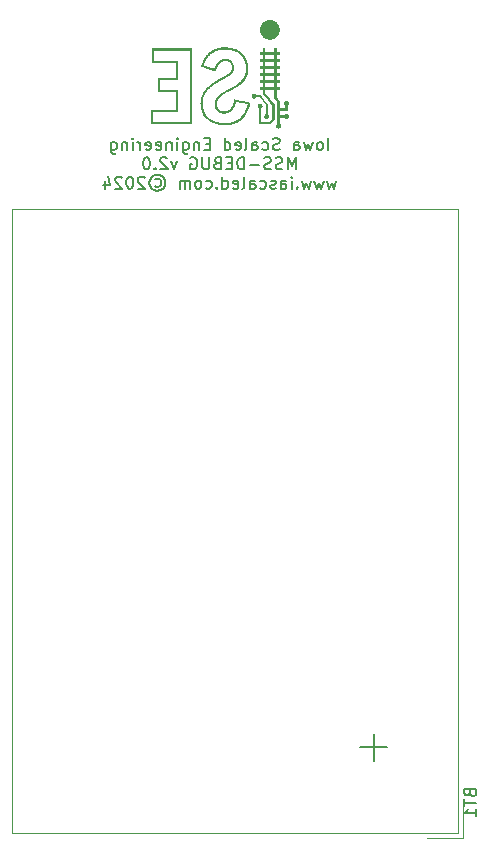
<source format=gbo>
G04 #@! TF.GenerationSoftware,KiCad,Pcbnew,6.0.10-86aedd382b~118~ubuntu18.04.1*
G04 #@! TF.CreationDate,2024-08-26T14:05:47-06:00*
G04 #@! TF.ProjectId,mss-debug,6d73732d-6465-4627-9567-2e6b69636164,rev?*
G04 #@! TF.SameCoordinates,Original*
G04 #@! TF.FileFunction,Legend,Bot*
G04 #@! TF.FilePolarity,Positive*
%FSLAX46Y46*%
G04 Gerber Fmt 4.6, Leading zero omitted, Abs format (unit mm)*
G04 Created by KiCad (PCBNEW 6.0.10-86aedd382b~118~ubuntu18.04.1) date 2024-08-26 14:05:47*
%MOMM*%
%LPD*%
G01*
G04 APERTURE LIST*
%ADD10C,0.000000*%
%ADD11C,0.152400*%
%ADD12C,0.150000*%
%ADD13C,0.120000*%
G04 APERTURE END LIST*
D10*
G36*
X52963120Y-129082653D02*
G01*
X52935508Y-129167182D01*
X52907351Y-129248139D01*
X52880310Y-129319935D01*
X52861129Y-129366529D01*
X52837723Y-129419506D01*
X52811290Y-129476452D01*
X52783031Y-129534953D01*
X52754143Y-129592593D01*
X52725826Y-129646960D01*
X52699278Y-129695638D01*
X52675698Y-129736213D01*
X52612027Y-129835595D01*
X52544848Y-129929743D01*
X52474176Y-130018646D01*
X52400024Y-130102297D01*
X52322409Y-130180684D01*
X52241343Y-130253799D01*
X52156842Y-130321634D01*
X52068920Y-130384177D01*
X51977592Y-130441421D01*
X51882871Y-130493355D01*
X51784773Y-130539971D01*
X51683312Y-130581259D01*
X51578502Y-130617209D01*
X51470358Y-130647814D01*
X51358895Y-130673062D01*
X51244126Y-130692946D01*
X51196308Y-130699322D01*
X51146901Y-130704694D01*
X51044046Y-130712448D01*
X50937007Y-130716250D01*
X50827231Y-130716141D01*
X50716165Y-130712163D01*
X50605257Y-130704356D01*
X50495952Y-130692762D01*
X50389698Y-130677423D01*
X50242227Y-130648340D01*
X50100776Y-130611214D01*
X49965547Y-130566221D01*
X49836741Y-130513536D01*
X49714558Y-130453336D01*
X49599198Y-130385795D01*
X49490862Y-130311090D01*
X49389750Y-130229396D01*
X49296063Y-130140889D01*
X49210001Y-130045745D01*
X49131766Y-129944139D01*
X49061556Y-129836247D01*
X48999574Y-129722245D01*
X48946019Y-129602309D01*
X48901092Y-129476613D01*
X48864993Y-129345335D01*
X48849496Y-129272996D01*
X48836396Y-129197367D01*
X48825777Y-129119389D01*
X48817721Y-129040006D01*
X48812310Y-128960160D01*
X48809629Y-128880793D01*
X48809698Y-128838922D01*
X48999401Y-128838922D01*
X48999475Y-128917658D01*
X49001055Y-128991102D01*
X49004188Y-129054029D01*
X49006353Y-129079915D01*
X49008926Y-129101213D01*
X49020672Y-129174189D01*
X49034497Y-129244992D01*
X49050430Y-129313677D01*
X49068501Y-129380304D01*
X49088739Y-129444930D01*
X49111171Y-129507613D01*
X49135828Y-129568410D01*
X49162737Y-129627381D01*
X49191929Y-129684582D01*
X49223432Y-129740071D01*
X49257274Y-129793907D01*
X49293486Y-129846147D01*
X49332095Y-129896849D01*
X49373131Y-129946071D01*
X49416622Y-129993871D01*
X49462598Y-130040307D01*
X49512738Y-130086659D01*
X49565000Y-130130731D01*
X49619392Y-130172525D01*
X49675919Y-130212044D01*
X49734587Y-130249288D01*
X49795403Y-130284261D01*
X49858373Y-130316964D01*
X49923503Y-130347400D01*
X49990799Y-130375570D01*
X50060267Y-130401477D01*
X50131915Y-130425122D01*
X50205747Y-130446508D01*
X50281770Y-130465637D01*
X50359990Y-130482511D01*
X50440414Y-130497132D01*
X50523048Y-130509501D01*
X50581568Y-130515866D01*
X50651349Y-130521132D01*
X50728505Y-130525190D01*
X50809151Y-130527934D01*
X50889400Y-130529255D01*
X50965365Y-130529047D01*
X51033162Y-130527202D01*
X51088904Y-130523612D01*
X51192062Y-130511820D01*
X51292266Y-130495746D01*
X51389540Y-130475377D01*
X51483905Y-130450698D01*
X51575384Y-130421695D01*
X51664000Y-130388353D01*
X51749777Y-130350657D01*
X51832736Y-130308595D01*
X51912900Y-130262149D01*
X51990292Y-130211308D01*
X52064935Y-130156055D01*
X52136852Y-130096377D01*
X52206065Y-130032258D01*
X52272597Y-129963685D01*
X52336471Y-129890643D01*
X52397709Y-129813118D01*
X52426965Y-129773028D01*
X52455711Y-129731382D01*
X52483915Y-129688247D01*
X52511546Y-129643685D01*
X52538574Y-129597764D01*
X52564967Y-129550548D01*
X52590695Y-129502102D01*
X52615726Y-129452491D01*
X52640029Y-129401780D01*
X52663574Y-129350035D01*
X52686329Y-129297321D01*
X52708264Y-129243702D01*
X52729347Y-129189243D01*
X52749547Y-129134011D01*
X52768834Y-129078070D01*
X52787176Y-129021485D01*
X52795298Y-128995394D01*
X52801221Y-128975745D01*
X52803394Y-128968033D01*
X52805060Y-128961569D01*
X52806235Y-128956231D01*
X52806932Y-128951899D01*
X52807166Y-128948452D01*
X52806951Y-128945768D01*
X52806302Y-128943728D01*
X52805234Y-128942209D01*
X52803760Y-128941091D01*
X52801896Y-128940254D01*
X52797054Y-128938935D01*
X52292493Y-128830720D01*
X51827620Y-128733619D01*
X51827234Y-128734214D01*
X51826614Y-128735705D01*
X51824732Y-128741181D01*
X51822089Y-128749667D01*
X51818801Y-128760782D01*
X51814984Y-128774146D01*
X51810753Y-128789379D01*
X51806225Y-128806100D01*
X51801515Y-128823929D01*
X51769006Y-128930253D01*
X51731414Y-129030818D01*
X51688948Y-129125441D01*
X51641817Y-129213936D01*
X51590229Y-129296118D01*
X51534393Y-129371803D01*
X51504948Y-129407150D01*
X51474518Y-129440804D01*
X51443132Y-129472741D01*
X51410813Y-129502938D01*
X51377590Y-129531372D01*
X51343487Y-129558019D01*
X51308531Y-129582857D01*
X51272748Y-129605863D01*
X51236164Y-129627012D01*
X51198805Y-129646283D01*
X51160697Y-129663652D01*
X51121866Y-129679096D01*
X51082339Y-129692591D01*
X51042142Y-129704115D01*
X51001300Y-129713645D01*
X50959840Y-129721157D01*
X50917787Y-129726629D01*
X50875168Y-129730037D01*
X50832010Y-129731357D01*
X50788337Y-129730568D01*
X50717327Y-129725129D01*
X50648845Y-129714966D01*
X50583024Y-129700186D01*
X50519994Y-129680893D01*
X50459888Y-129657193D01*
X50402835Y-129629192D01*
X50348968Y-129596994D01*
X50298417Y-129560706D01*
X50251314Y-129520432D01*
X50207790Y-129476279D01*
X50167977Y-129428351D01*
X50132005Y-129376755D01*
X50100006Y-129321594D01*
X50072112Y-129262975D01*
X50048452Y-129201004D01*
X50029159Y-129135785D01*
X50021808Y-129103668D01*
X50015627Y-129070904D01*
X50010612Y-129037624D01*
X50006758Y-129003956D01*
X50004062Y-128970033D01*
X50002519Y-128935983D01*
X50002126Y-128901938D01*
X50002878Y-128868027D01*
X50004770Y-128834380D01*
X50007800Y-128801128D01*
X50011962Y-128768402D01*
X50017253Y-128736330D01*
X50023669Y-128705044D01*
X50031205Y-128674674D01*
X50039857Y-128645350D01*
X50049621Y-128617202D01*
X50067167Y-128573824D01*
X50086806Y-128531456D01*
X50108643Y-128489983D01*
X50132788Y-128449290D01*
X50159347Y-128409263D01*
X50188428Y-128369787D01*
X50220138Y-128330747D01*
X50254584Y-128292029D01*
X50291876Y-128253517D01*
X50332118Y-128215097D01*
X50375421Y-128176654D01*
X50421889Y-128138074D01*
X50471632Y-128099242D01*
X50524757Y-128060043D01*
X50581371Y-128020362D01*
X50641582Y-127980085D01*
X50687724Y-127950591D01*
X50737008Y-127920080D01*
X50791452Y-127887402D01*
X50853072Y-127851409D01*
X50923887Y-127810951D01*
X51005913Y-127764879D01*
X51211671Y-127651296D01*
X51395291Y-127549583D01*
X51553380Y-127459231D01*
X51689706Y-127377775D01*
X51808041Y-127302751D01*
X51912155Y-127231697D01*
X52005817Y-127162148D01*
X52092799Y-127091639D01*
X52176870Y-127017707D01*
X52212396Y-126984162D01*
X52246964Y-126949471D01*
X52280509Y-126913727D01*
X52312965Y-126877026D01*
X52344268Y-126839460D01*
X52374353Y-126801125D01*
X52403154Y-126762114D01*
X52430606Y-126722520D01*
X52456644Y-126682439D01*
X52481203Y-126641964D01*
X52504218Y-126601190D01*
X52525624Y-126560209D01*
X52545356Y-126519118D01*
X52563348Y-126478008D01*
X52579536Y-126436975D01*
X52593854Y-126396113D01*
X52606677Y-126354948D01*
X52618159Y-126312462D01*
X52628298Y-126268721D01*
X52637091Y-126223792D01*
X52644536Y-126177743D01*
X52650632Y-126130641D01*
X52655375Y-126082552D01*
X52658765Y-126033545D01*
X52660798Y-125983687D01*
X52661474Y-125933044D01*
X52660789Y-125881683D01*
X52658743Y-125829673D01*
X52655332Y-125777080D01*
X52650554Y-125723970D01*
X52644409Y-125670413D01*
X52636893Y-125616474D01*
X52624593Y-125544612D01*
X52609925Y-125474684D01*
X52592898Y-125406698D01*
X52573521Y-125340662D01*
X52551802Y-125276584D01*
X52527750Y-125214471D01*
X52501375Y-125154330D01*
X52472686Y-125096171D01*
X52441690Y-125040000D01*
X52408398Y-124985825D01*
X52372817Y-124933654D01*
X52334958Y-124883495D01*
X52294828Y-124835356D01*
X52252437Y-124789244D01*
X52207794Y-124745167D01*
X52160907Y-124703132D01*
X52111786Y-124663149D01*
X52060439Y-124625223D01*
X52006876Y-124589363D01*
X51951105Y-124555578D01*
X51893135Y-124523873D01*
X51832975Y-124494258D01*
X51770635Y-124466740D01*
X51706122Y-124441327D01*
X51639446Y-124418027D01*
X51570615Y-124396846D01*
X51499640Y-124377794D01*
X51426527Y-124360877D01*
X51351288Y-124346104D01*
X51273930Y-124333482D01*
X51112893Y-124314724D01*
X51062750Y-124311763D01*
X50997766Y-124310215D01*
X50923075Y-124309974D01*
X50843812Y-124310932D01*
X50765111Y-124312981D01*
X50692106Y-124316014D01*
X50629933Y-124319923D01*
X50583726Y-124324602D01*
X50521000Y-124334095D01*
X50459547Y-124345114D01*
X50399348Y-124357665D01*
X50340386Y-124371753D01*
X50282644Y-124387383D01*
X50226104Y-124404560D01*
X50170749Y-124423289D01*
X50116560Y-124443576D01*
X50063521Y-124465426D01*
X50011613Y-124488843D01*
X49960819Y-124513834D01*
X49911122Y-124540402D01*
X49862504Y-124568554D01*
X49814948Y-124598295D01*
X49768435Y-124629629D01*
X49722948Y-124662563D01*
X49707682Y-124674284D01*
X49691367Y-124687376D01*
X49656296Y-124717001D01*
X49619141Y-124750099D01*
X49581308Y-124785330D01*
X49544203Y-124821354D01*
X49509231Y-124856833D01*
X49477798Y-124890427D01*
X49463848Y-124906098D01*
X49451310Y-124920796D01*
X49422931Y-124956041D01*
X49395230Y-124992413D01*
X49368243Y-125029847D01*
X49342004Y-125068279D01*
X49316545Y-125107646D01*
X49291902Y-125147883D01*
X49268109Y-125188926D01*
X49245199Y-125230711D01*
X49223207Y-125273175D01*
X49202167Y-125316252D01*
X49182113Y-125359879D01*
X49163079Y-125403991D01*
X49145099Y-125448526D01*
X49128208Y-125493418D01*
X49112438Y-125538603D01*
X49097826Y-125584018D01*
X49091061Y-125606485D01*
X49086041Y-125624048D01*
X49082658Y-125637361D01*
X49081547Y-125642628D01*
X49080805Y-125647077D01*
X49080418Y-125650791D01*
X49080373Y-125653851D01*
X49080657Y-125656337D01*
X49081257Y-125658333D01*
X49082158Y-125659920D01*
X49083347Y-125661179D01*
X49084811Y-125662192D01*
X49086537Y-125663041D01*
X49097784Y-125666824D01*
X49125045Y-125675179D01*
X49220505Y-125703522D01*
X49525393Y-125792157D01*
X49962837Y-125919157D01*
X49963636Y-125919359D01*
X49964445Y-125919433D01*
X49965266Y-125919375D01*
X49966103Y-125919182D01*
X49966958Y-125918849D01*
X49967832Y-125918373D01*
X49968729Y-125917749D01*
X49969650Y-125916974D01*
X49970599Y-125916045D01*
X49971576Y-125914956D01*
X49972585Y-125913704D01*
X49973627Y-125912286D01*
X49974706Y-125910698D01*
X49975824Y-125908935D01*
X49976982Y-125906993D01*
X49978183Y-125904870D01*
X49979430Y-125902560D01*
X49980725Y-125900061D01*
X49982069Y-125897367D01*
X49983467Y-125894477D01*
X49986428Y-125888086D01*
X49989626Y-125880859D01*
X49993081Y-125872763D01*
X49996811Y-125863769D01*
X50000835Y-125853844D01*
X50005171Y-125842958D01*
X50022611Y-125800597D01*
X50042300Y-125756218D01*
X50063709Y-125710848D01*
X50086309Y-125665510D01*
X50109570Y-125621231D01*
X50132964Y-125579035D01*
X50155961Y-125539949D01*
X50178031Y-125504996D01*
X50191147Y-125486176D01*
X50205760Y-125466619D01*
X50221685Y-125446514D01*
X50238731Y-125426051D01*
X50256712Y-125405418D01*
X50275440Y-125384805D01*
X50294725Y-125364401D01*
X50314380Y-125344394D01*
X50334217Y-125324975D01*
X50354048Y-125306331D01*
X50373685Y-125288653D01*
X50392939Y-125272130D01*
X50411623Y-125256950D01*
X50429548Y-125243302D01*
X50446527Y-125231377D01*
X50462370Y-125221363D01*
X50516890Y-125192040D01*
X50574049Y-125167032D01*
X50633396Y-125146319D01*
X50694476Y-125129883D01*
X50756838Y-125117705D01*
X50820029Y-125109767D01*
X50883597Y-125106049D01*
X50947087Y-125106534D01*
X51010049Y-125111202D01*
X51072028Y-125120036D01*
X51132574Y-125133016D01*
X51191231Y-125150124D01*
X51247549Y-125171341D01*
X51301075Y-125196649D01*
X51351355Y-125226029D01*
X51397937Y-125259463D01*
X51413800Y-125272575D01*
X51429238Y-125286365D01*
X51458802Y-125315895D01*
X51486564Y-125347887D01*
X51512458Y-125382174D01*
X51536416Y-125418591D01*
X51558374Y-125456970D01*
X51578264Y-125497146D01*
X51596022Y-125538951D01*
X51611580Y-125582220D01*
X51624872Y-125626786D01*
X51635833Y-125672483D01*
X51644396Y-125719143D01*
X51650496Y-125766602D01*
X51654065Y-125814692D01*
X51655038Y-125863248D01*
X51653348Y-125912102D01*
X51650900Y-125943184D01*
X51647222Y-125973269D01*
X51642258Y-126002467D01*
X51635952Y-126030889D01*
X51628249Y-126058645D01*
X51619093Y-126085846D01*
X51608428Y-126112603D01*
X51596198Y-126139026D01*
X51582348Y-126165226D01*
X51566821Y-126191313D01*
X51549562Y-126217398D01*
X51530516Y-126243591D01*
X51509625Y-126270004D01*
X51486834Y-126296747D01*
X51462089Y-126323929D01*
X51435332Y-126351663D01*
X51407384Y-126379308D01*
X51378767Y-126406106D01*
X51348979Y-126432383D01*
X51317515Y-126458466D01*
X51283872Y-126484681D01*
X51247548Y-126511355D01*
X51208038Y-126538815D01*
X51164839Y-126567386D01*
X51117449Y-126597397D01*
X51065363Y-126629172D01*
X51008078Y-126663039D01*
X50945092Y-126699325D01*
X50800000Y-126780459D01*
X50626059Y-126875185D01*
X50453172Y-126969253D01*
X50305263Y-127051596D01*
X50178074Y-127124844D01*
X50067347Y-127191627D01*
X49968825Y-127254573D01*
X49878248Y-127316312D01*
X49791358Y-127379473D01*
X49703898Y-127446685D01*
X49665722Y-127478485D01*
X49621139Y-127518255D01*
X49572669Y-127563515D01*
X49522835Y-127611785D01*
X49474159Y-127660584D01*
X49429162Y-127707432D01*
X49390366Y-127749848D01*
X49374081Y-127768619D01*
X49360293Y-127785351D01*
X49339888Y-127811727D01*
X49319722Y-127838930D01*
X49299852Y-127866860D01*
X49280334Y-127895418D01*
X49242582Y-127954023D01*
X49206923Y-128013952D01*
X49173810Y-128074409D01*
X49158351Y-128104588D01*
X49143698Y-128134602D01*
X49129910Y-128164351D01*
X49117043Y-128193736D01*
X49105153Y-128222658D01*
X49094298Y-128251018D01*
X49082940Y-128284440D01*
X49071301Y-128322467D01*
X49059696Y-128363817D01*
X49048437Y-128407210D01*
X49037840Y-128451364D01*
X49028219Y-128494997D01*
X49019887Y-128536827D01*
X49013160Y-128575574D01*
X49007711Y-128623221D01*
X49003568Y-128686478D01*
X49000782Y-128760121D01*
X48999401Y-128838922D01*
X48809698Y-128838922D01*
X48809758Y-128802848D01*
X48812782Y-128727268D01*
X48823623Y-128604292D01*
X48841135Y-128485017D01*
X48865425Y-128369278D01*
X48896599Y-128256905D01*
X48934765Y-128147733D01*
X48980027Y-128041592D01*
X49032493Y-127938317D01*
X49092270Y-127837739D01*
X49159463Y-127739691D01*
X49234179Y-127644006D01*
X49316524Y-127550516D01*
X49406606Y-127459054D01*
X49504530Y-127369452D01*
X49610403Y-127281543D01*
X49724331Y-127195160D01*
X49846421Y-127110135D01*
X49910814Y-127067847D01*
X49975802Y-127026626D01*
X50044362Y-126984760D01*
X50119470Y-126940537D01*
X50204104Y-126892247D01*
X50301239Y-126838177D01*
X50413852Y-126776615D01*
X50544921Y-126705852D01*
X50736534Y-126601749D01*
X50872916Y-126525494D01*
X50927195Y-126493861D01*
X50975828Y-126464452D01*
X51021533Y-126435689D01*
X51067032Y-126405991D01*
X51099238Y-126384285D01*
X51129983Y-126362817D01*
X51159277Y-126341576D01*
X51187130Y-126320552D01*
X51213553Y-126299735D01*
X51238556Y-126279115D01*
X51262149Y-126258680D01*
X51284343Y-126238421D01*
X51305147Y-126218328D01*
X51324573Y-126198389D01*
X51342630Y-126178595D01*
X51359330Y-126158936D01*
X51374682Y-126139401D01*
X51388696Y-126119979D01*
X51401383Y-126100660D01*
X51412754Y-126081435D01*
X51421727Y-126064942D01*
X51429873Y-126048740D01*
X51437206Y-126032740D01*
X51443743Y-126016855D01*
X51449498Y-126000994D01*
X51454488Y-125985069D01*
X51458727Y-125968991D01*
X51462231Y-125952671D01*
X51465016Y-125936021D01*
X51467097Y-125918950D01*
X51468489Y-125901372D01*
X51469209Y-125883196D01*
X51469272Y-125864334D01*
X51468693Y-125844696D01*
X51467487Y-125824195D01*
X51465671Y-125802741D01*
X51459369Y-125751335D01*
X51450512Y-125702683D01*
X51439092Y-125656773D01*
X51425101Y-125613597D01*
X51408530Y-125573145D01*
X51389371Y-125535408D01*
X51378819Y-125517555D01*
X51367616Y-125500377D01*
X51355763Y-125483873D01*
X51343257Y-125468043D01*
X51330098Y-125452884D01*
X51316284Y-125438395D01*
X51301816Y-125424576D01*
X51286691Y-125411426D01*
X51270909Y-125398943D01*
X51254468Y-125387125D01*
X51237368Y-125375973D01*
X51219608Y-125365484D01*
X51182102Y-125346492D01*
X51141942Y-125330141D01*
X51099119Y-125316422D01*
X51053626Y-125305324D01*
X51038087Y-125302488D01*
X51021221Y-125300064D01*
X51003209Y-125298052D01*
X50984228Y-125296450D01*
X50944076Y-125294472D01*
X50902196Y-125294123D01*
X50860019Y-125295395D01*
X50818974Y-125298279D01*
X50799323Y-125300323D01*
X50780492Y-125302768D01*
X50762659Y-125305611D01*
X50746004Y-125308852D01*
X50721102Y-125314575D01*
X50696662Y-125321303D01*
X50672674Y-125329047D01*
X50649126Y-125337819D01*
X50626011Y-125347632D01*
X50603317Y-125358497D01*
X50581034Y-125370426D01*
X50559153Y-125383431D01*
X50537664Y-125397525D01*
X50516556Y-125412719D01*
X50495821Y-125429025D01*
X50475447Y-125446456D01*
X50455425Y-125465023D01*
X50435745Y-125484738D01*
X50416397Y-125505614D01*
X50397371Y-125527662D01*
X50378658Y-125550895D01*
X50360246Y-125575324D01*
X50342127Y-125600961D01*
X50324290Y-125627819D01*
X50289423Y-125685245D01*
X50255566Y-125747696D01*
X50222639Y-125815270D01*
X50190562Y-125888062D01*
X50159257Y-125966168D01*
X50128643Y-126049685D01*
X50115480Y-126086837D01*
X50104301Y-126117771D01*
X50096297Y-126139180D01*
X50093858Y-126145279D01*
X50092659Y-126147757D01*
X50079554Y-126144634D01*
X50042984Y-126134682D01*
X49909568Y-126097133D01*
X49712652Y-126040799D01*
X49472476Y-125971368D01*
X49177774Y-125885357D01*
X48987583Y-125828317D01*
X48885498Y-125795354D01*
X48862369Y-125786372D01*
X48856886Y-125783488D01*
X48855115Y-125781574D01*
X48855598Y-125775988D01*
X48856991Y-125767381D01*
X48862182Y-125742382D01*
X48870035Y-125709132D01*
X48879898Y-125670184D01*
X48891116Y-125628095D01*
X48903038Y-125585418D01*
X48915009Y-125544710D01*
X48926376Y-125508524D01*
X48979444Y-125360530D01*
X49009034Y-125289368D01*
X49040631Y-125220120D01*
X49074211Y-125152803D01*
X49109753Y-125087437D01*
X49147232Y-125024037D01*
X49186627Y-124962622D01*
X49227914Y-124903211D01*
X49271071Y-124845820D01*
X49316074Y-124790468D01*
X49362901Y-124737173D01*
X49411530Y-124685951D01*
X49461936Y-124636822D01*
X49514097Y-124589803D01*
X49567991Y-124544912D01*
X49623594Y-124502166D01*
X49680884Y-124461583D01*
X49739837Y-124423182D01*
X49800431Y-124386980D01*
X49862644Y-124352995D01*
X49926451Y-124321245D01*
X49991831Y-124291747D01*
X50058760Y-124264519D01*
X50127215Y-124239580D01*
X50197175Y-124216947D01*
X50268615Y-124196638D01*
X50341513Y-124178670D01*
X50491591Y-124149832D01*
X50647226Y-124130574D01*
X50691822Y-124127826D01*
X50751450Y-124125922D01*
X50821231Y-124124844D01*
X50896287Y-124124577D01*
X50971740Y-124125103D01*
X51042712Y-124126407D01*
X51104324Y-124128471D01*
X51151698Y-124131280D01*
X51229719Y-124139074D01*
X51306329Y-124148957D01*
X51381491Y-124160915D01*
X51455164Y-124174936D01*
X51527313Y-124191007D01*
X51597897Y-124209117D01*
X51666880Y-124229252D01*
X51734223Y-124251401D01*
X51799887Y-124275550D01*
X51863834Y-124301688D01*
X51926026Y-124329802D01*
X51986425Y-124359880D01*
X52044993Y-124391909D01*
X52101691Y-124425877D01*
X52156482Y-124461771D01*
X52209326Y-124499580D01*
X52223249Y-124510470D01*
X52238426Y-124522904D01*
X52271734Y-124551636D01*
X52307639Y-124584238D01*
X52344528Y-124619171D01*
X52380788Y-124654898D01*
X52414808Y-124689881D01*
X52444975Y-124722582D01*
X52458109Y-124737596D01*
X52469676Y-124751463D01*
X52512564Y-124807192D01*
X52552859Y-124864848D01*
X52590563Y-124924438D01*
X52625681Y-124985972D01*
X52658215Y-125049457D01*
X52688168Y-125114901D01*
X52715544Y-125182313D01*
X52740345Y-125251702D01*
X52762574Y-125323074D01*
X52782236Y-125396440D01*
X52799332Y-125471806D01*
X52813866Y-125549181D01*
X52825841Y-125628574D01*
X52835260Y-125709993D01*
X52842126Y-125793446D01*
X52846443Y-125878941D01*
X52847598Y-125955926D01*
X52845762Y-126031339D01*
X52840921Y-126105229D01*
X52833059Y-126177644D01*
X52822163Y-126248633D01*
X52808219Y-126318244D01*
X52791211Y-126386526D01*
X52771125Y-126453527D01*
X52747946Y-126519297D01*
X52721661Y-126583883D01*
X52692255Y-126647334D01*
X52659713Y-126709699D01*
X52624021Y-126771027D01*
X52585164Y-126831365D01*
X52543128Y-126890763D01*
X52497898Y-126949269D01*
X52483243Y-126966860D01*
X52466676Y-126985887D01*
X52428699Y-127027376D01*
X52385744Y-127071990D01*
X52339589Y-127117984D01*
X52292012Y-127163615D01*
X52244791Y-127207138D01*
X52199703Y-127246807D01*
X52158526Y-127280879D01*
X52080784Y-127340940D01*
X52001330Y-127398751D01*
X51916668Y-127456497D01*
X51823299Y-127516359D01*
X51717726Y-127580520D01*
X51596452Y-127651164D01*
X51455979Y-127730473D01*
X51292809Y-127820630D01*
X51090960Y-127932540D01*
X50921423Y-128029849D01*
X50780196Y-128115284D01*
X50663278Y-128191575D01*
X50612684Y-128227144D01*
X50566666Y-128261450D01*
X50524725Y-128294834D01*
X50486360Y-128327637D01*
X50451070Y-128360200D01*
X50418356Y-128392865D01*
X50387718Y-128425972D01*
X50358654Y-128459862D01*
X50337094Y-128486721D01*
X50317113Y-128513369D01*
X50298684Y-128539876D01*
X50281782Y-128566313D01*
X50266380Y-128592750D01*
X50252453Y-128619258D01*
X50239975Y-128645905D01*
X50228920Y-128672764D01*
X50219262Y-128699904D01*
X50210976Y-128727395D01*
X50204036Y-128755308D01*
X50198416Y-128783713D01*
X50194089Y-128812680D01*
X50191031Y-128842279D01*
X50189215Y-128872582D01*
X50188615Y-128903657D01*
X50190503Y-128959912D01*
X50196116Y-129014301D01*
X50205372Y-129066712D01*
X50218193Y-129117032D01*
X50234499Y-129165149D01*
X50254211Y-129210950D01*
X50277249Y-129254322D01*
X50303532Y-129295152D01*
X50332983Y-129333329D01*
X50365521Y-129368738D01*
X50401066Y-129401268D01*
X50439539Y-129430806D01*
X50480861Y-129457240D01*
X50524951Y-129480456D01*
X50571731Y-129500342D01*
X50621120Y-129516785D01*
X50654640Y-129525764D01*
X50687991Y-129533123D01*
X50721173Y-129538861D01*
X50754184Y-129542979D01*
X50787021Y-129545476D01*
X50819682Y-129546352D01*
X50852166Y-129545608D01*
X50884469Y-129543243D01*
X50916591Y-129539258D01*
X50948529Y-129533652D01*
X50980280Y-129526426D01*
X51011844Y-129517578D01*
X51043217Y-129507111D01*
X51074399Y-129495023D01*
X51105385Y-129481314D01*
X51136176Y-129465984D01*
X51160288Y-129452750D01*
X51183937Y-129438583D01*
X51207119Y-129423489D01*
X51229832Y-129407473D01*
X51252070Y-129390542D01*
X51273831Y-129372700D01*
X51295111Y-129353955D01*
X51315905Y-129334310D01*
X51336211Y-129313773D01*
X51356024Y-129292349D01*
X51375341Y-129270042D01*
X51394157Y-129246860D01*
X51412470Y-129222808D01*
X51430275Y-129197891D01*
X51447569Y-129172115D01*
X51464348Y-129145486D01*
X51496345Y-129089692D01*
X51526237Y-129030552D01*
X51553993Y-128968114D01*
X51579585Y-128902422D01*
X51602981Y-128833522D01*
X51624152Y-128761460D01*
X51643068Y-128686280D01*
X51659698Y-128608029D01*
X51666974Y-128572321D01*
X51673457Y-128542501D01*
X51678351Y-128521808D01*
X51679955Y-128515897D01*
X51680865Y-128513484D01*
X51893116Y-128555498D01*
X52356523Y-128653273D01*
X52820591Y-128753296D01*
X53034826Y-128802057D01*
X53035759Y-128804103D01*
X53036060Y-128807935D01*
X53034872Y-128820605D01*
X53031470Y-128839369D01*
X53026062Y-128863528D01*
X53010059Y-128925237D01*
X53003385Y-128948452D01*
X52988524Y-129000142D01*
X52963120Y-129082653D01*
G37*
G36*
X54752413Y-121803409D02*
G01*
X54787073Y-121804790D01*
X54801501Y-121805856D01*
X54813532Y-121807180D01*
X54818771Y-121807993D01*
X54825813Y-121809319D01*
X54834343Y-121811074D01*
X54844047Y-121813177D01*
X54865721Y-121818094D01*
X54888320Y-121823408D01*
X54923103Y-121832712D01*
X54957184Y-121843404D01*
X54990539Y-121855451D01*
X55023141Y-121868817D01*
X55054963Y-121883469D01*
X55085978Y-121899372D01*
X55116161Y-121916493D01*
X55145484Y-121934797D01*
X55173922Y-121954251D01*
X55201448Y-121974820D01*
X55228035Y-121996469D01*
X55253656Y-122019166D01*
X55278286Y-122042876D01*
X55301898Y-122067564D01*
X55324465Y-122093197D01*
X55345961Y-122119741D01*
X55366360Y-122147161D01*
X55385634Y-122175423D01*
X55403758Y-122204494D01*
X55420705Y-122234339D01*
X55436448Y-122264923D01*
X55450961Y-122296214D01*
X55464218Y-122328176D01*
X55476191Y-122360776D01*
X55486856Y-122393980D01*
X55496184Y-122427753D01*
X55504150Y-122462061D01*
X55510727Y-122496871D01*
X55515888Y-122532148D01*
X55519607Y-122567858D01*
X55521859Y-122603967D01*
X55522615Y-122640440D01*
X55521625Y-122682248D01*
X55518661Y-122723514D01*
X55513736Y-122764210D01*
X55506861Y-122804306D01*
X55498047Y-122843774D01*
X55487305Y-122882584D01*
X55474648Y-122920708D01*
X55460085Y-122958117D01*
X55443629Y-122994782D01*
X55425291Y-123030673D01*
X55405082Y-123065763D01*
X55383014Y-123100022D01*
X55359098Y-123133421D01*
X55333345Y-123165931D01*
X55305768Y-123197523D01*
X55276376Y-123228168D01*
X55244061Y-123258963D01*
X55210406Y-123287825D01*
X55175495Y-123314726D01*
X55139410Y-123339635D01*
X55102233Y-123362523D01*
X55064048Y-123383359D01*
X55024936Y-123402114D01*
X54984982Y-123418757D01*
X54944266Y-123433258D01*
X54902873Y-123445588D01*
X54860884Y-123455717D01*
X54818382Y-123463614D01*
X54775451Y-123469250D01*
X54732172Y-123472595D01*
X54688629Y-123473619D01*
X54644904Y-123472291D01*
X54605744Y-123469289D01*
X54567373Y-123464779D01*
X54529782Y-123458758D01*
X54492967Y-123451223D01*
X54456920Y-123442171D01*
X54421637Y-123431599D01*
X54387110Y-123419503D01*
X54353333Y-123405880D01*
X54320300Y-123390728D01*
X54288006Y-123374043D01*
X54256443Y-123355823D01*
X54225605Y-123336063D01*
X54195487Y-123314762D01*
X54166082Y-123291915D01*
X54137384Y-123267520D01*
X54109387Y-123241574D01*
X54090227Y-123222718D01*
X54071893Y-123203704D01*
X54054370Y-123184506D01*
X54037641Y-123165098D01*
X54021689Y-123145455D01*
X54006497Y-123125550D01*
X53992050Y-123105358D01*
X53978330Y-123084852D01*
X53965322Y-123064008D01*
X53953007Y-123042799D01*
X53941371Y-123021199D01*
X53930397Y-122999183D01*
X53920067Y-122976724D01*
X53910365Y-122953797D01*
X53901276Y-122930376D01*
X53892782Y-122906435D01*
X53884142Y-122879033D01*
X53876482Y-122850633D01*
X53869806Y-122821377D01*
X53864119Y-122791408D01*
X53859423Y-122760868D01*
X53855723Y-122729900D01*
X53853025Y-122698647D01*
X53851330Y-122667252D01*
X53850645Y-122635856D01*
X53850972Y-122604603D01*
X53852316Y-122573636D01*
X53854682Y-122543096D01*
X53858072Y-122513127D01*
X53862492Y-122483871D01*
X53867946Y-122455470D01*
X53874437Y-122428068D01*
X53881994Y-122400767D01*
X53890377Y-122373899D01*
X53899584Y-122347467D01*
X53909616Y-122321475D01*
X53920470Y-122295924D01*
X53932145Y-122270819D01*
X53944641Y-122246163D01*
X53957957Y-122221958D01*
X53972092Y-122198208D01*
X53987044Y-122174916D01*
X54002812Y-122152085D01*
X54019396Y-122129718D01*
X54036794Y-122107818D01*
X54055006Y-122086388D01*
X54074030Y-122065432D01*
X54093865Y-122044952D01*
X54116923Y-122022695D01*
X54140580Y-122001439D01*
X54164825Y-121981192D01*
X54189644Y-121961961D01*
X54215025Y-121943756D01*
X54240957Y-121926584D01*
X54267425Y-121910454D01*
X54294419Y-121895374D01*
X54321925Y-121881353D01*
X54349932Y-121868398D01*
X54378426Y-121856518D01*
X54407396Y-121845721D01*
X54436829Y-121836015D01*
X54466712Y-121827409D01*
X54497034Y-121819911D01*
X54527782Y-121813530D01*
X54539316Y-121811629D01*
X54553314Y-121809900D01*
X54587313Y-121806981D01*
X54627000Y-121804823D01*
X54669598Y-121803476D01*
X54712328Y-121802988D01*
X54752413Y-121803409D01*
G37*
G36*
X44593559Y-130628740D02*
G01*
X44593559Y-130445296D01*
X44777004Y-130445296D01*
X47944949Y-130445296D01*
X47944949Y-124391630D01*
X44861671Y-124391630D01*
X44861671Y-125259463D01*
X46936005Y-125259463D01*
X46936005Y-126882241D01*
X45355560Y-126882241D01*
X45355560Y-127750074D01*
X46936005Y-127750074D01*
X46936005Y-129577463D01*
X44777004Y-129577463D01*
X44777004Y-130445296D01*
X44593559Y-130445296D01*
X44593559Y-129394018D01*
X46752560Y-129394018D01*
X46752560Y-127933518D01*
X45172115Y-127933518D01*
X45172115Y-126698796D01*
X46752560Y-126698796D01*
X46752560Y-125449963D01*
X44678226Y-125449963D01*
X44678226Y-124208185D01*
X48128393Y-124208185D01*
X48128393Y-130628740D01*
X44593559Y-130628740D01*
G37*
G36*
X53365168Y-128042118D02*
G01*
X53379626Y-128043227D01*
X53393727Y-128045352D01*
X53400609Y-128046806D01*
X53407359Y-128048524D01*
X53415665Y-128051093D01*
X53423896Y-128054025D01*
X53432028Y-128057305D01*
X53440036Y-128060915D01*
X53447895Y-128064840D01*
X53455580Y-128069062D01*
X53463067Y-128073565D01*
X53470330Y-128078333D01*
X53477346Y-128083349D01*
X53484089Y-128088597D01*
X53490534Y-128094059D01*
X53496656Y-128099721D01*
X53502432Y-128105563D01*
X53507835Y-128111572D01*
X53512841Y-128117729D01*
X53517426Y-128124018D01*
X53536476Y-128151535D01*
X53723448Y-128152240D01*
X53910421Y-128152946D01*
X54215220Y-128540296D01*
X54520726Y-128926940D01*
X54520726Y-129792657D01*
X54556709Y-129823702D01*
X54565664Y-129831740D01*
X54574012Y-129839987D01*
X54581756Y-129848454D01*
X54588900Y-129857149D01*
X54595449Y-129866085D01*
X54601407Y-129875270D01*
X54606778Y-129884717D01*
X54611566Y-129894433D01*
X54615775Y-129904431D01*
X54619410Y-129914721D01*
X54622474Y-129925312D01*
X54624972Y-129936215D01*
X54626907Y-129947441D01*
X54628285Y-129959000D01*
X54629108Y-129970902D01*
X54629382Y-129983157D01*
X54629183Y-129994377D01*
X54628462Y-130005409D01*
X54627230Y-130016240D01*
X54625497Y-130026861D01*
X54623275Y-130037261D01*
X54620574Y-130047427D01*
X54617406Y-130057350D01*
X54613782Y-130067019D01*
X54609712Y-130076422D01*
X54605208Y-130085548D01*
X54600280Y-130094386D01*
X54594940Y-130102926D01*
X54589199Y-130111157D01*
X54583066Y-130119067D01*
X54576554Y-130126645D01*
X54569674Y-130133881D01*
X54562436Y-130140764D01*
X54554851Y-130147282D01*
X54546931Y-130153425D01*
X54538686Y-130159181D01*
X54530127Y-130164540D01*
X54521266Y-130169490D01*
X54512113Y-130174021D01*
X54502679Y-130178122D01*
X54492976Y-130181782D01*
X54483013Y-130184989D01*
X54472803Y-130187733D01*
X54462357Y-130190002D01*
X54451684Y-130191787D01*
X54440796Y-130193075D01*
X54429705Y-130193856D01*
X54418421Y-130194118D01*
X54403430Y-130193689D01*
X54388888Y-130192403D01*
X54374794Y-130190263D01*
X54361149Y-130187272D01*
X54347955Y-130183434D01*
X54335213Y-130178752D01*
X54322924Y-130173228D01*
X54311088Y-130166866D01*
X54299707Y-130159669D01*
X54288781Y-130151640D01*
X54278313Y-130142782D01*
X54268302Y-130133098D01*
X54258751Y-130122592D01*
X54249659Y-130111266D01*
X54241028Y-130099124D01*
X54232859Y-130086168D01*
X54228577Y-130078025D01*
X54224732Y-130069012D01*
X54221328Y-130059233D01*
X54218373Y-130048796D01*
X54215873Y-130037804D01*
X54213834Y-130026364D01*
X54212262Y-130014581D01*
X54211163Y-130002560D01*
X54210544Y-129990407D01*
X54210411Y-129978226D01*
X54210770Y-129966125D01*
X54211627Y-129954207D01*
X54212988Y-129942579D01*
X54214859Y-129931345D01*
X54217248Y-129920612D01*
X54220159Y-129910484D01*
X54222870Y-129903188D01*
X54226199Y-129895633D01*
X54230089Y-129887895D01*
X54234480Y-129880047D01*
X54239313Y-129872161D01*
X54244530Y-129864311D01*
X54250071Y-129856571D01*
X54255878Y-129849013D01*
X54261892Y-129841712D01*
X54268053Y-129834741D01*
X54274303Y-129828173D01*
X54280584Y-129822081D01*
X54286835Y-129816539D01*
X54292998Y-129811620D01*
X54299015Y-129807398D01*
X54304826Y-129803946D01*
X54323170Y-129794068D01*
X54323170Y-129002435D01*
X54067759Y-128679290D01*
X53812348Y-128356852D01*
X53672648Y-128356852D01*
X53618376Y-128357348D01*
X53594650Y-128357931D01*
X53573959Y-128358704D01*
X53556873Y-128359642D01*
X53543962Y-128360721D01*
X53535797Y-128361916D01*
X53533672Y-128362549D01*
X53532948Y-128363202D01*
X53532775Y-128364634D01*
X53532267Y-128366276D01*
X53531438Y-128368114D01*
X53530305Y-128370135D01*
X53528884Y-128372324D01*
X53527191Y-128374669D01*
X53523049Y-128379771D01*
X53518005Y-128385332D01*
X53512187Y-128391243D01*
X53505719Y-128397396D01*
X53498729Y-128403683D01*
X53491342Y-128409994D01*
X53483684Y-128416222D01*
X53475881Y-128422257D01*
X53468059Y-128427991D01*
X53460345Y-128433316D01*
X53452865Y-128438124D01*
X53445744Y-128442305D01*
X53439109Y-128445751D01*
X53429175Y-128449968D01*
X53418734Y-128453623D01*
X53407859Y-128456715D01*
X53396622Y-128459245D01*
X53385096Y-128461213D01*
X53373352Y-128462619D01*
X53361464Y-128463462D01*
X53349504Y-128463743D01*
X53337544Y-128463462D01*
X53325656Y-128462619D01*
X53313912Y-128461213D01*
X53302386Y-128459245D01*
X53291149Y-128456715D01*
X53280274Y-128453623D01*
X53269833Y-128449968D01*
X53259898Y-128445751D01*
X53247952Y-128439755D01*
X53236589Y-128433165D01*
X53225817Y-128426011D01*
X53215640Y-128418321D01*
X53206064Y-128410127D01*
X53197094Y-128401458D01*
X53188737Y-128392343D01*
X53180997Y-128382814D01*
X53173881Y-128372898D01*
X53167393Y-128362627D01*
X53161540Y-128352030D01*
X53156326Y-128341138D01*
X53151758Y-128329979D01*
X53147841Y-128318583D01*
X53144581Y-128306982D01*
X53141982Y-128295203D01*
X53140052Y-128283278D01*
X53138794Y-128271236D01*
X53138215Y-128259107D01*
X53138321Y-128246921D01*
X53139116Y-128234707D01*
X53140607Y-128222496D01*
X53142799Y-128210317D01*
X53145698Y-128198201D01*
X53149308Y-128186176D01*
X53153636Y-128174273D01*
X53158688Y-128162522D01*
X53164468Y-128150952D01*
X53170982Y-128139593D01*
X53178237Y-128128476D01*
X53186237Y-128117630D01*
X53194987Y-128107085D01*
X53199367Y-128102267D01*
X53204031Y-128097606D01*
X53208965Y-128093105D01*
X53214154Y-128088768D01*
X53225247Y-128080599D01*
X53237199Y-128073130D01*
X53249899Y-128066388D01*
X53263237Y-128060402D01*
X53277102Y-128055202D01*
X53291384Y-128050817D01*
X53305971Y-128047274D01*
X53320754Y-128044605D01*
X53335621Y-128042836D01*
X53350463Y-128041997D01*
X53365168Y-128042118D01*
G37*
G36*
X55522615Y-125943852D02*
G01*
X55268615Y-125943852D01*
X55268615Y-126317796D01*
X55522615Y-126317796D01*
X55522615Y-126543574D01*
X55268615Y-126543574D01*
X55268615Y-126917518D01*
X55522615Y-126917518D01*
X55522615Y-127143296D01*
X55268615Y-127143296D01*
X55268615Y-127510185D01*
X55522615Y-127510185D01*
X55522615Y-127743019D01*
X55268615Y-127743019D01*
X55268615Y-128310990D01*
X55395615Y-128471152D01*
X55522615Y-128630607D01*
X55522615Y-129281130D01*
X55974170Y-129281130D01*
X55974170Y-129172474D01*
X55974114Y-129138393D01*
X55973851Y-129112160D01*
X55973240Y-129092689D01*
X55972761Y-129085152D01*
X55972142Y-129078899D01*
X55971366Y-129073796D01*
X55970415Y-129069706D01*
X55969272Y-129066495D01*
X55967920Y-129064028D01*
X55966339Y-129062167D01*
X55964514Y-129060780D01*
X55962427Y-129059729D01*
X55960059Y-129058879D01*
X55957938Y-129058071D01*
X55955683Y-129056979D01*
X55953305Y-129055616D01*
X55950815Y-129053995D01*
X55945542Y-129050036D01*
X55939951Y-129045209D01*
X55934128Y-129039621D01*
X55928160Y-129033380D01*
X55922135Y-129026593D01*
X55916138Y-129019368D01*
X55910258Y-129011812D01*
X55904579Y-129004033D01*
X55899191Y-128996139D01*
X55894178Y-128988236D01*
X55889628Y-128980432D01*
X55885629Y-128972835D01*
X55882266Y-128965552D01*
X55879626Y-128958691D01*
X55876674Y-128949022D01*
X55874168Y-128938858D01*
X55872105Y-128928280D01*
X55870487Y-128917371D01*
X55869310Y-128906215D01*
X55868575Y-128894893D01*
X55868281Y-128883488D01*
X55868425Y-128872083D01*
X55869008Y-128860761D01*
X55870028Y-128849605D01*
X55871484Y-128838696D01*
X55873375Y-128828119D01*
X55875700Y-128817954D01*
X55878459Y-128808286D01*
X55881649Y-128799196D01*
X55885270Y-128790768D01*
X55888682Y-128783846D01*
X55892301Y-128777104D01*
X55896122Y-128770545D01*
X55900142Y-128764171D01*
X55904356Y-128757984D01*
X55908760Y-128751988D01*
X55913351Y-128746184D01*
X55918123Y-128740575D01*
X55923073Y-128735163D01*
X55928196Y-128729951D01*
X55933489Y-128724942D01*
X55938948Y-128720137D01*
X55944567Y-128715539D01*
X55950344Y-128711152D01*
X55956274Y-128706976D01*
X55962352Y-128703015D01*
X55968576Y-128699271D01*
X55974939Y-128695746D01*
X55981440Y-128692444D01*
X55988072Y-128689365D01*
X55994833Y-128686514D01*
X56001717Y-128683892D01*
X56008722Y-128681502D01*
X56015842Y-128679346D01*
X56023074Y-128677426D01*
X56030414Y-128675746D01*
X56037856Y-128674307D01*
X56045398Y-128673113D01*
X56053036Y-128672165D01*
X56060764Y-128671465D01*
X56068578Y-128671018D01*
X56076476Y-128670824D01*
X56095478Y-128671514D01*
X56113832Y-128673565D01*
X56131499Y-128676949D01*
X56140064Y-128679132D01*
X56148443Y-128681639D01*
X56156631Y-128684464D01*
X56164626Y-128687606D01*
X56172420Y-128691060D01*
X56180011Y-128694822D01*
X56187392Y-128698891D01*
X56194561Y-128703261D01*
X56201511Y-128707929D01*
X56208238Y-128712893D01*
X56214739Y-128718148D01*
X56221007Y-128723690D01*
X56227038Y-128729518D01*
X56232828Y-128735626D01*
X56238372Y-128742012D01*
X56243666Y-128748672D01*
X56248704Y-128755602D01*
X56253482Y-128762800D01*
X56257996Y-128770261D01*
X56262240Y-128777982D01*
X56266211Y-128785959D01*
X56269903Y-128794190D01*
X56276433Y-128811397D01*
X56281793Y-128829574D01*
X56285102Y-128844625D01*
X56287363Y-128859593D01*
X56288586Y-128874445D01*
X56288782Y-128889149D01*
X56287961Y-128903671D01*
X56286133Y-128917978D01*
X56283309Y-128932036D01*
X56279500Y-128945814D01*
X56274714Y-128959277D01*
X56268963Y-128972394D01*
X56262257Y-128985129D01*
X56254607Y-128997452D01*
X56246022Y-129009328D01*
X56236513Y-129020724D01*
X56226091Y-129031608D01*
X56214765Y-129041946D01*
X56178781Y-129072991D01*
X56178781Y-129478685D01*
X55522615Y-129478685D01*
X55522615Y-129880851D01*
X55882448Y-129880851D01*
X55923370Y-129839929D01*
X55932269Y-129831061D01*
X55941016Y-129822960D01*
X55949674Y-129815599D01*
X55958306Y-129808951D01*
X55966976Y-129802989D01*
X55975745Y-129797687D01*
X55984678Y-129793017D01*
X55993838Y-129788953D01*
X56003286Y-129785467D01*
X56013088Y-129782534D01*
X56023304Y-129780125D01*
X56033999Y-129778215D01*
X56045236Y-129776776D01*
X56057077Y-129775782D01*
X56069586Y-129775204D01*
X56082826Y-129775018D01*
X56093790Y-129775194D01*
X56104225Y-129775735D01*
X56114184Y-129776655D01*
X56123715Y-129777973D01*
X56132870Y-129779703D01*
X56141700Y-129781864D01*
X56150255Y-129784471D01*
X56158585Y-129787542D01*
X56166742Y-129791091D01*
X56174776Y-129795137D01*
X56182737Y-129799696D01*
X56190677Y-129804784D01*
X56198645Y-129810417D01*
X56206694Y-129816613D01*
X56214872Y-129823387D01*
X56223231Y-129830757D01*
X56229120Y-129836434D01*
X56234746Y-129842342D01*
X56240107Y-129848472D01*
X56245200Y-129854812D01*
X56250024Y-129861351D01*
X56254575Y-129868076D01*
X56258852Y-129874977D01*
X56262853Y-129882042D01*
X56270014Y-129896621D01*
X56276041Y-129911720D01*
X56280914Y-129927249D01*
X56284615Y-129943117D01*
X56287125Y-129959233D01*
X56288426Y-129975506D01*
X56288500Y-129991846D01*
X56287327Y-130008160D01*
X56286267Y-130016280D01*
X56284889Y-130024359D01*
X56283189Y-130032387D01*
X56281167Y-130040351D01*
X56278819Y-130048241D01*
X56276143Y-130056046D01*
X56273137Y-130063753D01*
X56269798Y-130071352D01*
X56263361Y-130084245D01*
X56256248Y-130096463D01*
X56248495Y-130108000D01*
X56240141Y-130118851D01*
X56231225Y-130129010D01*
X56221784Y-130138472D01*
X56211856Y-130147230D01*
X56201481Y-130155280D01*
X56190694Y-130162615D01*
X56179536Y-130169231D01*
X56168043Y-130175122D01*
X56156255Y-130180281D01*
X56144208Y-130184705D01*
X56131942Y-130188386D01*
X56119494Y-130191320D01*
X56106903Y-130193501D01*
X56094206Y-130194923D01*
X56081442Y-130195581D01*
X56068649Y-130195470D01*
X56055865Y-130194583D01*
X56043127Y-130192915D01*
X56030475Y-130190461D01*
X56017946Y-130187215D01*
X56005579Y-130183171D01*
X55993411Y-130178324D01*
X55981480Y-130172669D01*
X55969825Y-130166200D01*
X55958484Y-130158911D01*
X55947495Y-130150796D01*
X55936896Y-130141851D01*
X55926725Y-130132069D01*
X55917020Y-130121446D01*
X55885976Y-130085462D01*
X55522615Y-130085462D01*
X55522615Y-130596990D01*
X55555776Y-130621685D01*
X55564399Y-130628613D01*
X55572540Y-130635901D01*
X55580195Y-130643544D01*
X55587361Y-130651539D01*
X55594035Y-130659880D01*
X55600214Y-130668566D01*
X55605894Y-130677590D01*
X55611074Y-130686949D01*
X55615749Y-130696638D01*
X55619917Y-130706655D01*
X55623574Y-130716993D01*
X55626717Y-130727651D01*
X55629344Y-130738622D01*
X55631451Y-130749903D01*
X55633035Y-130761490D01*
X55634093Y-130773379D01*
X55634661Y-130785688D01*
X55634773Y-130797503D01*
X55634418Y-130808859D01*
X55633585Y-130819792D01*
X55632265Y-130830335D01*
X55630446Y-130840526D01*
X55628119Y-130850398D01*
X55625273Y-130859986D01*
X55621898Y-130869327D01*
X55617983Y-130878455D01*
X55613519Y-130887405D01*
X55608494Y-130896212D01*
X55602899Y-130904912D01*
X55596723Y-130913540D01*
X55589956Y-130922130D01*
X55582587Y-130930718D01*
X55574464Y-130939385D01*
X55566216Y-130947403D01*
X55557820Y-130954785D01*
X55549250Y-130961542D01*
X55540481Y-130967687D01*
X55531489Y-130973233D01*
X55522250Y-130978192D01*
X55512737Y-130982576D01*
X55502927Y-130986398D01*
X55492794Y-130989670D01*
X55482314Y-130992405D01*
X55471462Y-130994615D01*
X55460213Y-130996312D01*
X55448543Y-130997509D01*
X55436425Y-130998218D01*
X55423837Y-130998451D01*
X55407831Y-130998113D01*
X55392360Y-130996839D01*
X55377431Y-130994635D01*
X55363049Y-130991506D01*
X55349221Y-130987460D01*
X55335954Y-130982502D01*
X55323253Y-130976639D01*
X55311125Y-130969876D01*
X55299575Y-130962221D01*
X55288610Y-130953679D01*
X55278237Y-130944256D01*
X55268461Y-130933959D01*
X55259288Y-130922794D01*
X55250725Y-130910766D01*
X55242778Y-130897883D01*
X55235454Y-130884151D01*
X55232442Y-130878011D01*
X55229745Y-130872242D01*
X55227347Y-130866766D01*
X55225234Y-130861507D01*
X55223390Y-130856389D01*
X55221799Y-130851335D01*
X55220445Y-130846268D01*
X55219314Y-130841113D01*
X55218390Y-130835792D01*
X55217656Y-130830229D01*
X55217099Y-130824348D01*
X55216701Y-130818072D01*
X55216449Y-130811325D01*
X55216325Y-130804029D01*
X55216404Y-130787490D01*
X55216646Y-130774677D01*
X55217386Y-130762406D01*
X55218641Y-130750641D01*
X55220428Y-130739347D01*
X55222764Y-130728487D01*
X55225668Y-130718025D01*
X55229157Y-130707924D01*
X55233249Y-130698149D01*
X55237961Y-130688664D01*
X55243310Y-130679431D01*
X55249315Y-130670416D01*
X55255992Y-130661582D01*
X55263360Y-130652892D01*
X55271436Y-130644311D01*
X55280237Y-130635802D01*
X55289782Y-130627330D01*
X55325059Y-130596990D01*
X55325059Y-129651546D01*
X55324354Y-128706101D01*
X55198059Y-128547351D01*
X55071765Y-128388601D01*
X55071059Y-128065457D01*
X55071059Y-127743019D01*
X54302004Y-127743019D01*
X54302004Y-127995607D01*
X54693587Y-128490202D01*
X55085170Y-128985502D01*
X55085170Y-130258324D01*
X54892554Y-130450941D01*
X54700643Y-130642851D01*
X53751671Y-130642851D01*
X53750965Y-129959873D01*
X53750965Y-129277602D01*
X53717098Y-129251496D01*
X53707771Y-129244061D01*
X53699098Y-129236301D01*
X53691075Y-129228203D01*
X53683695Y-129219757D01*
X53676951Y-129210952D01*
X53673816Y-129206411D01*
X53670838Y-129201775D01*
X53668015Y-129197044D01*
X53665349Y-129192216D01*
X53660478Y-129182264D01*
X53656218Y-129171906D01*
X53652565Y-129161131D01*
X53649511Y-129149929D01*
X53647050Y-129138287D01*
X53645176Y-129126195D01*
X53643883Y-129113641D01*
X53643165Y-129100614D01*
X53643015Y-129087101D01*
X53643192Y-129075260D01*
X53643737Y-129064040D01*
X53644671Y-129053384D01*
X53646014Y-129043236D01*
X53647786Y-129033538D01*
X53650010Y-129024234D01*
X53652705Y-129015267D01*
X53655891Y-129006580D01*
X53659591Y-128998116D01*
X53663823Y-128989819D01*
X53668610Y-128981631D01*
X53673971Y-128973496D01*
X53679928Y-128965357D01*
X53686500Y-128957156D01*
X53693710Y-128948838D01*
X53701576Y-128940346D01*
X53708920Y-128932851D01*
X53716172Y-128925962D01*
X53723392Y-128919656D01*
X53730636Y-128913910D01*
X53737963Y-128908701D01*
X53745431Y-128904007D01*
X53753097Y-128899805D01*
X53761019Y-128896072D01*
X53769256Y-128892786D01*
X53777864Y-128889923D01*
X53786903Y-128887462D01*
X53796429Y-128885378D01*
X53806501Y-128883651D01*
X53817177Y-128882256D01*
X53828514Y-128881171D01*
X53840571Y-128880373D01*
X53857917Y-128879562D01*
X53865443Y-128879358D01*
X53872320Y-128879304D01*
X53878635Y-128879412D01*
X53884475Y-128879691D01*
X53889926Y-128880155D01*
X53895075Y-128880815D01*
X53900009Y-128881680D01*
X53904815Y-128882764D01*
X53909579Y-128884078D01*
X53914389Y-128885632D01*
X53919332Y-128887439D01*
X53924493Y-128889509D01*
X53935821Y-128894485D01*
X53945186Y-128898972D01*
X53953990Y-128903460D01*
X53962267Y-128907983D01*
X53970051Y-128912575D01*
X53977376Y-128917271D01*
X53984277Y-128922105D01*
X53990786Y-128927109D01*
X53996939Y-128932320D01*
X54002770Y-128937770D01*
X54008312Y-128943495D01*
X54013600Y-128949527D01*
X54018668Y-128955901D01*
X54023550Y-128962652D01*
X54028280Y-128969812D01*
X54032892Y-128977418D01*
X54037421Y-128985502D01*
X54042083Y-128994784D01*
X54046276Y-129004594D01*
X54049993Y-129014866D01*
X54053229Y-129025531D01*
X54055978Y-129036523D01*
X54058232Y-129047774D01*
X54059986Y-129059217D01*
X54061233Y-129070786D01*
X54061968Y-129082412D01*
X54062184Y-129094029D01*
X54061875Y-129105570D01*
X54061035Y-129116967D01*
X54059657Y-129128153D01*
X54057736Y-129139061D01*
X54055264Y-129149624D01*
X54052237Y-129159774D01*
X54049409Y-129167211D01*
X54045755Y-129175154D01*
X54041373Y-129183479D01*
X54036362Y-129192064D01*
X54030822Y-129200785D01*
X54024853Y-129209519D01*
X54018552Y-129218144D01*
X54012020Y-129226537D01*
X54005356Y-129234574D01*
X53998659Y-129242132D01*
X53992028Y-129249089D01*
X53985562Y-129255321D01*
X53979361Y-129260706D01*
X53973524Y-129265121D01*
X53968149Y-129268442D01*
X53965667Y-129269654D01*
X53963337Y-129270546D01*
X53962055Y-129270979D01*
X53961444Y-129271241D01*
X53960853Y-129271550D01*
X53960282Y-129271921D01*
X53959729Y-129272364D01*
X53959195Y-129272893D01*
X53958679Y-129273521D01*
X53958182Y-129274261D01*
X53957702Y-129275124D01*
X53957240Y-129276125D01*
X53956795Y-129277276D01*
X53956367Y-129278589D01*
X53955955Y-129280077D01*
X53955559Y-129281754D01*
X53955179Y-129283632D01*
X53954815Y-129285723D01*
X53954466Y-129288041D01*
X53954131Y-129290598D01*
X53953812Y-129293407D01*
X53953506Y-129296480D01*
X53953214Y-129299832D01*
X53952936Y-129303473D01*
X53952671Y-129307418D01*
X53952419Y-129311678D01*
X53952180Y-129316268D01*
X53951738Y-129326483D01*
X53951342Y-129338167D01*
X53950990Y-129351420D01*
X53950679Y-129366346D01*
X53950408Y-129383046D01*
X53950172Y-129401623D01*
X53949970Y-129422178D01*
X53949799Y-129444815D01*
X53949657Y-129469635D01*
X53949540Y-129496740D01*
X53949447Y-129526233D01*
X53949319Y-129592790D01*
X53949254Y-129670123D01*
X53949226Y-129860390D01*
X53949226Y-130445296D01*
X54615976Y-130445296D01*
X54887615Y-130173657D01*
X54887615Y-129061701D01*
X54496032Y-128566401D01*
X54104448Y-128071807D01*
X54104448Y-127743019D01*
X53850448Y-127743019D01*
X53850448Y-127510185D01*
X54104448Y-127510185D01*
X54302004Y-127510185D01*
X55071059Y-127510185D01*
X55071059Y-127143296D01*
X54302004Y-127143296D01*
X54302004Y-127510185D01*
X54104448Y-127510185D01*
X54104448Y-127143296D01*
X53850448Y-127143296D01*
X53850448Y-126917518D01*
X54104448Y-126917518D01*
X54302004Y-126917518D01*
X55071059Y-126917518D01*
X55071059Y-126543574D01*
X54302004Y-126543574D01*
X54302004Y-126917518D01*
X54104448Y-126917518D01*
X54104448Y-126543574D01*
X53850448Y-126543574D01*
X53850448Y-126317796D01*
X54104448Y-126317796D01*
X54302004Y-126317796D01*
X55071059Y-126317796D01*
X55071059Y-125943852D01*
X54302004Y-125943852D01*
X54302004Y-126317796D01*
X54104448Y-126317796D01*
X54104448Y-125943852D01*
X53850448Y-125943852D01*
X53850448Y-125725129D01*
X54104448Y-125725129D01*
X54302004Y-125725129D01*
X55071059Y-125725129D01*
X55071059Y-125351185D01*
X54302004Y-125351185D01*
X54302004Y-125725129D01*
X54104448Y-125725129D01*
X54104448Y-125351185D01*
X53850448Y-125351185D01*
X53850448Y-125125407D01*
X54104448Y-125125407D01*
X54302004Y-125125407D01*
X55071059Y-125125407D01*
X55071059Y-124751463D01*
X54302004Y-124751463D01*
X54302004Y-125125407D01*
X54104448Y-125125407D01*
X54104448Y-124751463D01*
X53850448Y-124751463D01*
X53850448Y-124532741D01*
X54104448Y-124532741D01*
X54104448Y-124179963D01*
X54302004Y-124179963D01*
X54302004Y-124532741D01*
X55071059Y-124532741D01*
X55071059Y-124179963D01*
X55268615Y-124179963D01*
X55268615Y-124532741D01*
X55522615Y-124532741D01*
X55522615Y-124751463D01*
X55268615Y-124751463D01*
X55268615Y-125125407D01*
X55522615Y-125125407D01*
X55522615Y-125351185D01*
X55268615Y-125351185D01*
X55268615Y-125725129D01*
X55522615Y-125725129D01*
X55522615Y-125943852D01*
G37*
D11*
X59611380Y-132808859D02*
X59611380Y-131792859D01*
X58982428Y-132808859D02*
X59079190Y-132760478D01*
X59127571Y-132712097D01*
X59175952Y-132615335D01*
X59175952Y-132325049D01*
X59127571Y-132228287D01*
X59079190Y-132179906D01*
X58982428Y-132131525D01*
X58837285Y-132131525D01*
X58740523Y-132179906D01*
X58692142Y-132228287D01*
X58643761Y-132325049D01*
X58643761Y-132615335D01*
X58692142Y-132712097D01*
X58740523Y-132760478D01*
X58837285Y-132808859D01*
X58982428Y-132808859D01*
X58305095Y-132131525D02*
X58111571Y-132808859D01*
X57918047Y-132325049D01*
X57724523Y-132808859D01*
X57531000Y-132131525D01*
X56708523Y-132808859D02*
X56708523Y-132276668D01*
X56756904Y-132179906D01*
X56853666Y-132131525D01*
X57047190Y-132131525D01*
X57143952Y-132179906D01*
X56708523Y-132760478D02*
X56805285Y-132808859D01*
X57047190Y-132808859D01*
X57143952Y-132760478D01*
X57192333Y-132663716D01*
X57192333Y-132566954D01*
X57143952Y-132470192D01*
X57047190Y-132421811D01*
X56805285Y-132421811D01*
X56708523Y-132373430D01*
X55499000Y-132760478D02*
X55353857Y-132808859D01*
X55111952Y-132808859D01*
X55015190Y-132760478D01*
X54966809Y-132712097D01*
X54918428Y-132615335D01*
X54918428Y-132518573D01*
X54966809Y-132421811D01*
X55015190Y-132373430D01*
X55111952Y-132325049D01*
X55305476Y-132276668D01*
X55402238Y-132228287D01*
X55450619Y-132179906D01*
X55499000Y-132083144D01*
X55499000Y-131986382D01*
X55450619Y-131889620D01*
X55402238Y-131841240D01*
X55305476Y-131792859D01*
X55063571Y-131792859D01*
X54918428Y-131841240D01*
X54047571Y-132760478D02*
X54144333Y-132808859D01*
X54337857Y-132808859D01*
X54434619Y-132760478D01*
X54483000Y-132712097D01*
X54531380Y-132615335D01*
X54531380Y-132325049D01*
X54483000Y-132228287D01*
X54434619Y-132179906D01*
X54337857Y-132131525D01*
X54144333Y-132131525D01*
X54047571Y-132179906D01*
X53176714Y-132808859D02*
X53176714Y-132276668D01*
X53225095Y-132179906D01*
X53321857Y-132131525D01*
X53515380Y-132131525D01*
X53612142Y-132179906D01*
X53176714Y-132760478D02*
X53273476Y-132808859D01*
X53515380Y-132808859D01*
X53612142Y-132760478D01*
X53660523Y-132663716D01*
X53660523Y-132566954D01*
X53612142Y-132470192D01*
X53515380Y-132421811D01*
X53273476Y-132421811D01*
X53176714Y-132373430D01*
X52547761Y-132808859D02*
X52644523Y-132760478D01*
X52692904Y-132663716D01*
X52692904Y-131792859D01*
X51773666Y-132760478D02*
X51870428Y-132808859D01*
X52063952Y-132808859D01*
X52160714Y-132760478D01*
X52209095Y-132663716D01*
X52209095Y-132276668D01*
X52160714Y-132179906D01*
X52063952Y-132131525D01*
X51870428Y-132131525D01*
X51773666Y-132179906D01*
X51725285Y-132276668D01*
X51725285Y-132373430D01*
X52209095Y-132470192D01*
X50854428Y-132808859D02*
X50854428Y-131792859D01*
X50854428Y-132760478D02*
X50951190Y-132808859D01*
X51144714Y-132808859D01*
X51241476Y-132760478D01*
X51289857Y-132712097D01*
X51338238Y-132615335D01*
X51338238Y-132325049D01*
X51289857Y-132228287D01*
X51241476Y-132179906D01*
X51144714Y-132131525D01*
X50951190Y-132131525D01*
X50854428Y-132179906D01*
X49596523Y-132276668D02*
X49257857Y-132276668D01*
X49112714Y-132808859D02*
X49596523Y-132808859D01*
X49596523Y-131792859D01*
X49112714Y-131792859D01*
X48677285Y-132131525D02*
X48677285Y-132808859D01*
X48677285Y-132228287D02*
X48628904Y-132179906D01*
X48532142Y-132131525D01*
X48387000Y-132131525D01*
X48290238Y-132179906D01*
X48241857Y-132276668D01*
X48241857Y-132808859D01*
X47322619Y-132131525D02*
X47322619Y-132954001D01*
X47371000Y-133050763D01*
X47419380Y-133099144D01*
X47516142Y-133147525D01*
X47661285Y-133147525D01*
X47758047Y-133099144D01*
X47322619Y-132760478D02*
X47419380Y-132808859D01*
X47612904Y-132808859D01*
X47709666Y-132760478D01*
X47758047Y-132712097D01*
X47806428Y-132615335D01*
X47806428Y-132325049D01*
X47758047Y-132228287D01*
X47709666Y-132179906D01*
X47612904Y-132131525D01*
X47419380Y-132131525D01*
X47322619Y-132179906D01*
X46838809Y-132808859D02*
X46838809Y-132131525D01*
X46838809Y-131792859D02*
X46887190Y-131841240D01*
X46838809Y-131889620D01*
X46790428Y-131841240D01*
X46838809Y-131792859D01*
X46838809Y-131889620D01*
X46355000Y-132131525D02*
X46355000Y-132808859D01*
X46355000Y-132228287D02*
X46306619Y-132179906D01*
X46209857Y-132131525D01*
X46064714Y-132131525D01*
X45967952Y-132179906D01*
X45919571Y-132276668D01*
X45919571Y-132808859D01*
X45048714Y-132760478D02*
X45145476Y-132808859D01*
X45339000Y-132808859D01*
X45435761Y-132760478D01*
X45484142Y-132663716D01*
X45484142Y-132276668D01*
X45435761Y-132179906D01*
X45339000Y-132131525D01*
X45145476Y-132131525D01*
X45048714Y-132179906D01*
X45000333Y-132276668D01*
X45000333Y-132373430D01*
X45484142Y-132470192D01*
X44177857Y-132760478D02*
X44274619Y-132808859D01*
X44468142Y-132808859D01*
X44564904Y-132760478D01*
X44613285Y-132663716D01*
X44613285Y-132276668D01*
X44564904Y-132179906D01*
X44468142Y-132131525D01*
X44274619Y-132131525D01*
X44177857Y-132179906D01*
X44129476Y-132276668D01*
X44129476Y-132373430D01*
X44613285Y-132470192D01*
X43694047Y-132808859D02*
X43694047Y-132131525D01*
X43694047Y-132325049D02*
X43645666Y-132228287D01*
X43597285Y-132179906D01*
X43500523Y-132131525D01*
X43403761Y-132131525D01*
X43065095Y-132808859D02*
X43065095Y-132131525D01*
X43065095Y-131792859D02*
X43113476Y-131841240D01*
X43065095Y-131889620D01*
X43016714Y-131841240D01*
X43065095Y-131792859D01*
X43065095Y-131889620D01*
X42581285Y-132131525D02*
X42581285Y-132808859D01*
X42581285Y-132228287D02*
X42532904Y-132179906D01*
X42436142Y-132131525D01*
X42291000Y-132131525D01*
X42194238Y-132179906D01*
X42145857Y-132276668D01*
X42145857Y-132808859D01*
X41226619Y-132131525D02*
X41226619Y-132954001D01*
X41275000Y-133050763D01*
X41323380Y-133099144D01*
X41420142Y-133147525D01*
X41565285Y-133147525D01*
X41662047Y-133099144D01*
X41226619Y-132760478D02*
X41323380Y-132808859D01*
X41516904Y-132808859D01*
X41613666Y-132760478D01*
X41662047Y-132712097D01*
X41710428Y-132615335D01*
X41710428Y-132325049D01*
X41662047Y-132228287D01*
X41613666Y-132179906D01*
X41516904Y-132131525D01*
X41323380Y-132131525D01*
X41226619Y-132179906D01*
X56853666Y-134444619D02*
X56853666Y-133428619D01*
X56515000Y-134154333D01*
X56176333Y-133428619D01*
X56176333Y-134444619D01*
X55740904Y-134396238D02*
X55595761Y-134444619D01*
X55353857Y-134444619D01*
X55257095Y-134396238D01*
X55208714Y-134347857D01*
X55160333Y-134251095D01*
X55160333Y-134154333D01*
X55208714Y-134057571D01*
X55257095Y-134009190D01*
X55353857Y-133960809D01*
X55547380Y-133912428D01*
X55644142Y-133864047D01*
X55692523Y-133815666D01*
X55740904Y-133718904D01*
X55740904Y-133622142D01*
X55692523Y-133525380D01*
X55644142Y-133477000D01*
X55547380Y-133428619D01*
X55305476Y-133428619D01*
X55160333Y-133477000D01*
X54773285Y-134396238D02*
X54628142Y-134444619D01*
X54386238Y-134444619D01*
X54289476Y-134396238D01*
X54241095Y-134347857D01*
X54192714Y-134251095D01*
X54192714Y-134154333D01*
X54241095Y-134057571D01*
X54289476Y-134009190D01*
X54386238Y-133960809D01*
X54579761Y-133912428D01*
X54676523Y-133864047D01*
X54724904Y-133815666D01*
X54773285Y-133718904D01*
X54773285Y-133622142D01*
X54724904Y-133525380D01*
X54676523Y-133477000D01*
X54579761Y-133428619D01*
X54337857Y-133428619D01*
X54192714Y-133477000D01*
X53757285Y-134057571D02*
X52983190Y-134057571D01*
X52499380Y-134444619D02*
X52499380Y-133428619D01*
X52257476Y-133428619D01*
X52112333Y-133477000D01*
X52015571Y-133573761D01*
X51967190Y-133670523D01*
X51918809Y-133864047D01*
X51918809Y-134009190D01*
X51967190Y-134202714D01*
X52015571Y-134299476D01*
X52112333Y-134396238D01*
X52257476Y-134444619D01*
X52499380Y-134444619D01*
X51483380Y-133912428D02*
X51144714Y-133912428D01*
X50999571Y-134444619D02*
X51483380Y-134444619D01*
X51483380Y-133428619D01*
X50999571Y-133428619D01*
X50225476Y-133912428D02*
X50080333Y-133960809D01*
X50031952Y-134009190D01*
X49983571Y-134105952D01*
X49983571Y-134251095D01*
X50031952Y-134347857D01*
X50080333Y-134396238D01*
X50177095Y-134444619D01*
X50564142Y-134444619D01*
X50564142Y-133428619D01*
X50225476Y-133428619D01*
X50128714Y-133477000D01*
X50080333Y-133525380D01*
X50031952Y-133622142D01*
X50031952Y-133718904D01*
X50080333Y-133815666D01*
X50128714Y-133864047D01*
X50225476Y-133912428D01*
X50564142Y-133912428D01*
X49548142Y-133428619D02*
X49548142Y-134251095D01*
X49499761Y-134347857D01*
X49451380Y-134396238D01*
X49354619Y-134444619D01*
X49161095Y-134444619D01*
X49064333Y-134396238D01*
X49015952Y-134347857D01*
X48967571Y-134251095D01*
X48967571Y-133428619D01*
X47951571Y-133477000D02*
X48048333Y-133428619D01*
X48193476Y-133428619D01*
X48338619Y-133477000D01*
X48435380Y-133573761D01*
X48483761Y-133670523D01*
X48532142Y-133864047D01*
X48532142Y-134009190D01*
X48483761Y-134202714D01*
X48435380Y-134299476D01*
X48338619Y-134396238D01*
X48193476Y-134444619D01*
X48096714Y-134444619D01*
X47951571Y-134396238D01*
X47903190Y-134347857D01*
X47903190Y-134009190D01*
X48096714Y-134009190D01*
X46790428Y-133767285D02*
X46548523Y-134444619D01*
X46306619Y-133767285D01*
X45967952Y-133525380D02*
X45919571Y-133477000D01*
X45822809Y-133428619D01*
X45580904Y-133428619D01*
X45484142Y-133477000D01*
X45435761Y-133525380D01*
X45387380Y-133622142D01*
X45387380Y-133718904D01*
X45435761Y-133864047D01*
X46016333Y-134444619D01*
X45387380Y-134444619D01*
X44951952Y-134347857D02*
X44903571Y-134396238D01*
X44951952Y-134444619D01*
X45000333Y-134396238D01*
X44951952Y-134347857D01*
X44951952Y-134444619D01*
X44274619Y-133428619D02*
X44177857Y-133428619D01*
X44081095Y-133477000D01*
X44032714Y-133525380D01*
X43984333Y-133622142D01*
X43935952Y-133815666D01*
X43935952Y-134057571D01*
X43984333Y-134251095D01*
X44032714Y-134347857D01*
X44081095Y-134396238D01*
X44177857Y-134444619D01*
X44274619Y-134444619D01*
X44371380Y-134396238D01*
X44419761Y-134347857D01*
X44468142Y-134251095D01*
X44516523Y-134057571D01*
X44516523Y-133815666D01*
X44468142Y-133622142D01*
X44419761Y-133525380D01*
X44371380Y-133477000D01*
X44274619Y-133428619D01*
X60288714Y-135403045D02*
X60095190Y-136080379D01*
X59901666Y-135596569D01*
X59708142Y-136080379D01*
X59514619Y-135403045D01*
X59224333Y-135403045D02*
X59030809Y-136080379D01*
X58837285Y-135596569D01*
X58643761Y-136080379D01*
X58450238Y-135403045D01*
X58159952Y-135403045D02*
X57966428Y-136080379D01*
X57772904Y-135596569D01*
X57579380Y-136080379D01*
X57385857Y-135403045D01*
X56998809Y-135983617D02*
X56950428Y-136031998D01*
X56998809Y-136080379D01*
X57047190Y-136031998D01*
X56998809Y-135983617D01*
X56998809Y-136080379D01*
X56515000Y-136080379D02*
X56515000Y-135403045D01*
X56515000Y-135064379D02*
X56563380Y-135112760D01*
X56515000Y-135161140D01*
X56466619Y-135112760D01*
X56515000Y-135064379D01*
X56515000Y-135161140D01*
X55595761Y-136080379D02*
X55595761Y-135548188D01*
X55644142Y-135451426D01*
X55740904Y-135403045D01*
X55934428Y-135403045D01*
X56031190Y-135451426D01*
X55595761Y-136031998D02*
X55692523Y-136080379D01*
X55934428Y-136080379D01*
X56031190Y-136031998D01*
X56079571Y-135935236D01*
X56079571Y-135838474D01*
X56031190Y-135741712D01*
X55934428Y-135693331D01*
X55692523Y-135693331D01*
X55595761Y-135644950D01*
X55160333Y-136031998D02*
X55063571Y-136080379D01*
X54870047Y-136080379D01*
X54773285Y-136031998D01*
X54724904Y-135935236D01*
X54724904Y-135886855D01*
X54773285Y-135790093D01*
X54870047Y-135741712D01*
X55015190Y-135741712D01*
X55111952Y-135693331D01*
X55160333Y-135596569D01*
X55160333Y-135548188D01*
X55111952Y-135451426D01*
X55015190Y-135403045D01*
X54870047Y-135403045D01*
X54773285Y-135451426D01*
X53854047Y-136031998D02*
X53950809Y-136080379D01*
X54144333Y-136080379D01*
X54241095Y-136031998D01*
X54289476Y-135983617D01*
X54337857Y-135886855D01*
X54337857Y-135596569D01*
X54289476Y-135499807D01*
X54241095Y-135451426D01*
X54144333Y-135403045D01*
X53950809Y-135403045D01*
X53854047Y-135451426D01*
X52983190Y-136080379D02*
X52983190Y-135548188D01*
X53031571Y-135451426D01*
X53128333Y-135403045D01*
X53321857Y-135403045D01*
X53418619Y-135451426D01*
X52983190Y-136031998D02*
X53079952Y-136080379D01*
X53321857Y-136080379D01*
X53418619Y-136031998D01*
X53467000Y-135935236D01*
X53467000Y-135838474D01*
X53418619Y-135741712D01*
X53321857Y-135693331D01*
X53079952Y-135693331D01*
X52983190Y-135644950D01*
X52354238Y-136080379D02*
X52451000Y-136031998D01*
X52499380Y-135935236D01*
X52499380Y-135064379D01*
X51580142Y-136031998D02*
X51676904Y-136080379D01*
X51870428Y-136080379D01*
X51967190Y-136031998D01*
X52015571Y-135935236D01*
X52015571Y-135548188D01*
X51967190Y-135451426D01*
X51870428Y-135403045D01*
X51676904Y-135403045D01*
X51580142Y-135451426D01*
X51531761Y-135548188D01*
X51531761Y-135644950D01*
X52015571Y-135741712D01*
X50660904Y-136080379D02*
X50660904Y-135064379D01*
X50660904Y-136031998D02*
X50757666Y-136080379D01*
X50951190Y-136080379D01*
X51047952Y-136031998D01*
X51096333Y-135983617D01*
X51144714Y-135886855D01*
X51144714Y-135596569D01*
X51096333Y-135499807D01*
X51047952Y-135451426D01*
X50951190Y-135403045D01*
X50757666Y-135403045D01*
X50660904Y-135451426D01*
X50177095Y-135983617D02*
X50128714Y-136031998D01*
X50177095Y-136080379D01*
X50225476Y-136031998D01*
X50177095Y-135983617D01*
X50177095Y-136080379D01*
X49257857Y-136031998D02*
X49354619Y-136080379D01*
X49548142Y-136080379D01*
X49644904Y-136031998D01*
X49693285Y-135983617D01*
X49741666Y-135886855D01*
X49741666Y-135596569D01*
X49693285Y-135499807D01*
X49644904Y-135451426D01*
X49548142Y-135403045D01*
X49354619Y-135403045D01*
X49257857Y-135451426D01*
X48677285Y-136080379D02*
X48774047Y-136031998D01*
X48822428Y-135983617D01*
X48870809Y-135886855D01*
X48870809Y-135596569D01*
X48822428Y-135499807D01*
X48774047Y-135451426D01*
X48677285Y-135403045D01*
X48532142Y-135403045D01*
X48435380Y-135451426D01*
X48387000Y-135499807D01*
X48338619Y-135596569D01*
X48338619Y-135886855D01*
X48387000Y-135983617D01*
X48435380Y-136031998D01*
X48532142Y-136080379D01*
X48677285Y-136080379D01*
X47903190Y-136080379D02*
X47903190Y-135403045D01*
X47903190Y-135499807D02*
X47854809Y-135451426D01*
X47758047Y-135403045D01*
X47612904Y-135403045D01*
X47516142Y-135451426D01*
X47467761Y-135548188D01*
X47467761Y-136080379D01*
X47467761Y-135548188D02*
X47419380Y-135451426D01*
X47322619Y-135403045D01*
X47177476Y-135403045D01*
X47080714Y-135451426D01*
X47032333Y-135548188D01*
X47032333Y-136080379D01*
X44951952Y-135306283D02*
X45048714Y-135257902D01*
X45242238Y-135257902D01*
X45339000Y-135306283D01*
X45435761Y-135403045D01*
X45484142Y-135499807D01*
X45484142Y-135693331D01*
X45435761Y-135790093D01*
X45339000Y-135886855D01*
X45242238Y-135935236D01*
X45048714Y-135935236D01*
X44951952Y-135886855D01*
X45145476Y-134919236D02*
X45387380Y-134967617D01*
X45629285Y-135112760D01*
X45774428Y-135354664D01*
X45822809Y-135596569D01*
X45774428Y-135838474D01*
X45629285Y-136080379D01*
X45387380Y-136225521D01*
X45145476Y-136273902D01*
X44903571Y-136225521D01*
X44661666Y-136080379D01*
X44516523Y-135838474D01*
X44468142Y-135596569D01*
X44516523Y-135354664D01*
X44661666Y-135112760D01*
X44903571Y-134967617D01*
X45145476Y-134919236D01*
X44081095Y-135161140D02*
X44032714Y-135112760D01*
X43935952Y-135064379D01*
X43694047Y-135064379D01*
X43597285Y-135112760D01*
X43548904Y-135161140D01*
X43500523Y-135257902D01*
X43500523Y-135354664D01*
X43548904Y-135499807D01*
X44129476Y-136080379D01*
X43500523Y-136080379D01*
X42871571Y-135064379D02*
X42774809Y-135064379D01*
X42678047Y-135112760D01*
X42629666Y-135161140D01*
X42581285Y-135257902D01*
X42532904Y-135451426D01*
X42532904Y-135693331D01*
X42581285Y-135886855D01*
X42629666Y-135983617D01*
X42678047Y-136031998D01*
X42774809Y-136080379D01*
X42871571Y-136080379D01*
X42968333Y-136031998D01*
X43016714Y-135983617D01*
X43065095Y-135886855D01*
X43113476Y-135693331D01*
X43113476Y-135451426D01*
X43065095Y-135257902D01*
X43016714Y-135161140D01*
X42968333Y-135112760D01*
X42871571Y-135064379D01*
X42145857Y-135161140D02*
X42097476Y-135112760D01*
X42000714Y-135064379D01*
X41758809Y-135064379D01*
X41662047Y-135112760D01*
X41613666Y-135161140D01*
X41565285Y-135257902D01*
X41565285Y-135354664D01*
X41613666Y-135499807D01*
X42194238Y-136080379D01*
X41565285Y-136080379D01*
X40694428Y-135403045D02*
X40694428Y-136080379D01*
X40936333Y-135015998D02*
X41178238Y-135741712D01*
X40549285Y-135741712D01*
D12*
X71623571Y-187264285D02*
X71671190Y-187407142D01*
X71718809Y-187454761D01*
X71814047Y-187502380D01*
X71956904Y-187502380D01*
X72052142Y-187454761D01*
X72099761Y-187407142D01*
X72147380Y-187311904D01*
X72147380Y-186930952D01*
X71147380Y-186930952D01*
X71147380Y-187264285D01*
X71195000Y-187359523D01*
X71242619Y-187407142D01*
X71337857Y-187454761D01*
X71433095Y-187454761D01*
X71528333Y-187407142D01*
X71575952Y-187359523D01*
X71623571Y-187264285D01*
X71623571Y-186930952D01*
X71147380Y-187788095D02*
X71147380Y-188359523D01*
X72147380Y-188073809D02*
X71147380Y-188073809D01*
X72147380Y-189216666D02*
X72147380Y-188645238D01*
X72147380Y-188930952D02*
X71147380Y-188930952D01*
X71290238Y-188835714D01*
X71385476Y-188740476D01*
X71433095Y-188645238D01*
X63460285Y-182245142D02*
X63460285Y-184530857D01*
X64603142Y-183388000D02*
X62317428Y-183388000D01*
D13*
X68000000Y-191050000D02*
X71000000Y-191050000D01*
X71000000Y-191050000D02*
X71000000Y-188050000D01*
X70620000Y-137800000D02*
X32880000Y-137800000D01*
X70620000Y-190670000D02*
X70620000Y-137800000D01*
X70620000Y-190670000D02*
X32880000Y-190670000D01*
X32880000Y-190670000D02*
X32880000Y-137800000D01*
M02*

</source>
